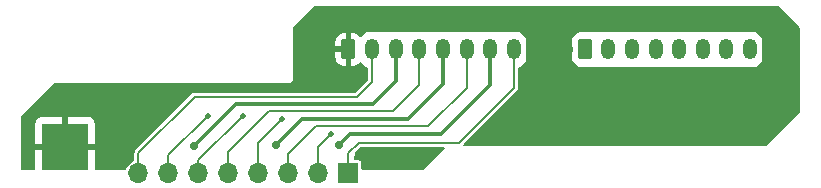
<source format=gtl>
%TF.GenerationSoftware,KiCad,Pcbnew,8.0.1*%
%TF.CreationDate,2024-04-09T17:17:27+02:00*%
%TF.ProjectId,vampire_pcb,76616d70-6972-4655-9f70-63622e6b6963,rev?*%
%TF.SameCoordinates,Original*%
%TF.FileFunction,Copper,L1,Top*%
%TF.FilePolarity,Positive*%
%FSLAX46Y46*%
G04 Gerber Fmt 4.6, Leading zero omitted, Abs format (unit mm)*
G04 Created by KiCad (PCBNEW 8.0.1) date 2024-04-09 17:17:27*
%MOMM*%
%LPD*%
G01*
G04 APERTURE LIST*
G04 Aperture macros list*
%AMRoundRect*
0 Rectangle with rounded corners*
0 $1 Rounding radius*
0 $2 $3 $4 $5 $6 $7 $8 $9 X,Y pos of 4 corners*
0 Add a 4 corners polygon primitive as box body*
4,1,4,$2,$3,$4,$5,$6,$7,$8,$9,$2,$3,0*
0 Add four circle primitives for the rounded corners*
1,1,$1+$1,$2,$3*
1,1,$1+$1,$4,$5*
1,1,$1+$1,$6,$7*
1,1,$1+$1,$8,$9*
0 Add four rect primitives between the rounded corners*
20,1,$1+$1,$2,$3,$4,$5,0*
20,1,$1+$1,$4,$5,$6,$7,0*
20,1,$1+$1,$6,$7,$8,$9,0*
20,1,$1+$1,$8,$9,$2,$3,0*%
G04 Aperture macros list end*
%TA.AperFunction,ComponentPad*%
%ADD10RoundRect,0.250000X-0.350000X-0.625000X0.350000X-0.625000X0.350000X0.625000X-0.350000X0.625000X0*%
%TD*%
%TA.AperFunction,ComponentPad*%
%ADD11O,1.200000X1.750000*%
%TD*%
%TA.AperFunction,ComponentPad*%
%ADD12R,1.700000X1.700000*%
%TD*%
%TA.AperFunction,ComponentPad*%
%ADD13O,1.700000X1.700000*%
%TD*%
%TA.AperFunction,SMDPad,CuDef*%
%ADD14R,4.000000X4.000000*%
%TD*%
%TA.AperFunction,ViaPad*%
%ADD15C,0.500000*%
%TD*%
%TA.AperFunction,ViaPad*%
%ADD16C,0.700000*%
%TD*%
%TA.AperFunction,Conductor*%
%ADD17C,0.200000*%
%TD*%
%TA.AperFunction,Conductor*%
%ADD18C,0.300000*%
%TD*%
G04 APERTURE END LIST*
D10*
%TO.P,J4,1,Pin_1*%
%TO.N,GND*%
X138000000Y-54500000D03*
D11*
%TO.P,J4,2,Pin_2*%
%TO.N,SBL*%
X140000000Y-54500000D03*
%TO.P,J4,3,Pin_3*%
%TO.N,GND*%
X142000000Y-54500000D03*
%TO.P,J4,4,Pin_4*%
%TO.N,SBR*%
X144000000Y-54500000D03*
%TO.P,J4,5,Pin_5*%
%TO.N,GND*%
X146000000Y-54500000D03*
%TO.P,J4,6,Pin_6*%
%TO.N,SL*%
X148000000Y-54500000D03*
%TO.P,J4,7,Pin_7*%
%TO.N,GND*%
X150000000Y-54500000D03*
%TO.P,J4,8,Pin_8*%
%TO.N,SR*%
X152000000Y-54500000D03*
%TD*%
D12*
%TO.P,J1,1,Pin_1*%
%TO.N,FR*%
X118000000Y-65000000D03*
D13*
%TO.P,J1,2,Pin_2*%
%TO.N,SR*%
X115460000Y-65000000D03*
%TO.P,J1,3,Pin_3*%
%TO.N,CEN*%
X112920000Y-65000000D03*
%TO.P,J1,4,Pin_4*%
%TO.N,SL*%
X110380000Y-65000000D03*
%TO.P,J1,5,Pin_5*%
%TO.N,FL*%
X107840000Y-65000000D03*
%TO.P,J1,6,Pin_6*%
%TO.N,SBR*%
X105300000Y-65000000D03*
%TO.P,J1,7,Pin_7*%
%TO.N,SBL*%
X102760000Y-65000000D03*
%TO.P,J1,8,Pin_8*%
%TO.N,12V*%
X100220000Y-65000000D03*
%TD*%
D10*
%TO.P,J3,1,Pin_1*%
%TO.N,GND*%
X118000000Y-54500000D03*
D11*
%TO.P,J3,2,Pin_2*%
%TO.N,12V*%
X120000000Y-54500000D03*
%TO.P,J3,3,Pin_3*%
%TO.N,GND*%
X122000000Y-54500000D03*
%TO.P,J3,4,Pin_4*%
%TO.N,FL*%
X124000000Y-54500000D03*
%TO.P,J3,5,Pin_5*%
%TO.N,GND*%
X126000000Y-54500000D03*
%TO.P,J3,6,Pin_6*%
%TO.N,CEN*%
X128000000Y-54500000D03*
%TO.P,J3,7,Pin_7*%
%TO.N,GND*%
X130000000Y-54500000D03*
%TO.P,J3,8,Pin_8*%
%TO.N,FR*%
X132000000Y-54500000D03*
%TD*%
D14*
%TO.P,J2,1,Pin_1*%
%TO.N,GND*%
X94000000Y-62750000D03*
%TD*%
D15*
%TO.N,SBL*%
X106100000Y-60100000D03*
%TO.N,SR*%
X116500000Y-61700000D03*
%TO.N,SBR*%
X109100000Y-60100000D03*
%TO.N,SL*%
X112400000Y-60400000D03*
D16*
%TO.N,GND*%
X117200000Y-62600000D03*
X104900000Y-62700000D03*
X111900000Y-62600000D03*
X94250000Y-59500000D03*
X97250000Y-59500000D03*
X97250000Y-62750000D03*
X95750000Y-59500000D03*
X97250000Y-61000000D03*
%TD*%
D17*
%TO.N,SBL*%
X106100000Y-60100000D02*
X102760000Y-63440000D01*
X102760000Y-63440000D02*
X102760000Y-64400000D01*
%TO.N,SR*%
X116500000Y-61700000D02*
X115460000Y-62740000D01*
X115460000Y-62740000D02*
X115460000Y-64400000D01*
%TO.N,SBR*%
X109069239Y-60100000D02*
X105300000Y-63869239D01*
X107630761Y-61569239D02*
X109100000Y-60100000D01*
X105300000Y-63869239D02*
X105300000Y-64400000D01*
X109100000Y-60100000D02*
X109069239Y-60100000D01*
X107600000Y-61569239D02*
X107630761Y-61569239D01*
%TO.N,CEN*%
X112920000Y-63330000D02*
X112920000Y-64400000D01*
X128000000Y-54500000D02*
X128000000Y-57750000D01*
X115250000Y-61000000D02*
X112920000Y-63330000D01*
X128000000Y-57750000D02*
X124750000Y-61000000D01*
X124750000Y-61000000D02*
X115250000Y-61000000D01*
%TO.N,SL*%
X112400000Y-60400000D02*
X110380000Y-62420000D01*
X110380000Y-62420000D02*
X110380000Y-64400000D01*
%TO.N,FR*%
X132000000Y-54500000D02*
X132000000Y-57750000D01*
X132000000Y-57750000D02*
X127350000Y-62400000D01*
X118850000Y-62400000D02*
X118000000Y-63250000D01*
X127350000Y-62400000D02*
X118850000Y-62400000D01*
X118000000Y-63250000D02*
X118000000Y-64400000D01*
%TO.N,FL*%
X124000000Y-54500000D02*
X124000000Y-57500000D01*
X121750000Y-59750000D02*
X111250000Y-59750000D01*
X107840000Y-63160000D02*
X107840000Y-64400000D01*
X111250000Y-59750000D02*
X107840000Y-63160000D01*
X124000000Y-57500000D02*
X121750000Y-59750000D01*
%TO.N,12V*%
X105000000Y-58500000D02*
X100220000Y-63280000D01*
X120000000Y-57250000D02*
X118750000Y-58500000D01*
X100220000Y-63280000D02*
X100220000Y-64400000D01*
X120000000Y-54500000D02*
X120000000Y-57250000D01*
X118750000Y-58500000D02*
X105000000Y-58500000D01*
D18*
%TO.N,GND*%
X120100000Y-59100000D02*
X108500000Y-59100000D01*
X117200000Y-62600000D02*
X118100000Y-61700000D01*
X122000000Y-57200000D02*
X120100000Y-59100000D01*
X118100000Y-61700000D02*
X125800000Y-61700000D01*
X108500000Y-59100000D02*
X104900000Y-62700000D01*
X123000000Y-60400000D02*
X126000000Y-57400000D01*
X114100000Y-60400000D02*
X123000000Y-60400000D01*
X125800000Y-61700000D02*
X130000000Y-57500000D01*
X126000000Y-57400000D02*
X126000000Y-54500000D01*
X130000000Y-57500000D02*
X130000000Y-54500000D01*
X111900000Y-62600000D02*
X114100000Y-60400000D01*
X122000000Y-54500000D02*
X122000000Y-57200000D01*
%TD*%
%TA.AperFunction,Conductor*%
%TO.N,GND*%
G36*
X154391206Y-50820185D02*
G01*
X154411848Y-50836819D01*
X156163181Y-52588152D01*
X156196666Y-52649475D01*
X156199500Y-52675833D01*
X156199500Y-59824167D01*
X156179815Y-59891206D01*
X156163181Y-59911848D01*
X153411848Y-62663181D01*
X153350525Y-62696666D01*
X153324167Y-62699500D01*
X127845544Y-62699500D01*
X127778505Y-62679815D01*
X127732750Y-62627011D01*
X127722806Y-62557853D01*
X127751831Y-62494297D01*
X127757863Y-62487819D01*
X129995682Y-60250000D01*
X132280470Y-57965212D01*
X132326614Y-57885288D01*
X132335935Y-57850500D01*
X132350500Y-57796144D01*
X132350500Y-56124000D01*
X132370185Y-56056961D01*
X132422989Y-56011206D01*
X132474500Y-56000000D01*
X132500000Y-56000000D01*
X133000000Y-55500000D01*
X133000000Y-54250000D01*
X136900000Y-54250000D01*
X136909976Y-54259976D01*
X136943039Y-54269685D01*
X136988794Y-54322489D01*
X137000000Y-54374000D01*
X137000000Y-54626000D01*
X136980315Y-54693039D01*
X136927511Y-54738794D01*
X136906673Y-54743327D01*
X136900001Y-54750000D01*
X136900001Y-55174986D01*
X136910494Y-55277697D01*
X136965641Y-55444119D01*
X136965646Y-55444128D01*
X136994562Y-55491010D01*
X137001440Y-55504460D01*
X137007887Y-55512613D01*
X137057682Y-55593343D01*
X137181654Y-55717315D01*
X137262384Y-55767110D01*
X137284968Y-55784968D01*
X137500000Y-56000000D01*
X152500000Y-56000000D01*
X153000000Y-55500000D01*
X153000000Y-53500000D01*
X152500000Y-53000000D01*
X137500000Y-53000000D01*
X137392484Y-53107516D01*
X137284967Y-53215032D01*
X137262384Y-53232888D01*
X137181656Y-53282682D01*
X137057682Y-53406656D01*
X137007830Y-53487479D01*
X137001353Y-53495684D01*
X136994536Y-53509033D01*
X136965642Y-53555878D01*
X136910494Y-53722302D01*
X136910493Y-53722309D01*
X136900000Y-53825013D01*
X136900000Y-54250000D01*
X133000000Y-54250000D01*
X133000000Y-53500000D01*
X132500000Y-53000000D01*
X119500000Y-53000000D01*
X119499999Y-53000000D01*
X119105511Y-53394488D01*
X119044188Y-53427973D01*
X118974496Y-53422989D01*
X118930149Y-53394488D01*
X118818345Y-53282684D01*
X118669124Y-53190643D01*
X118669119Y-53190641D01*
X118502697Y-53135494D01*
X118502690Y-53135493D01*
X118399986Y-53125000D01*
X118250000Y-53125000D01*
X118250000Y-54219670D01*
X118230255Y-54199925D01*
X118144745Y-54150556D01*
X118049370Y-54125000D01*
X117950630Y-54125000D01*
X117855255Y-54150556D01*
X117769745Y-54199925D01*
X117750000Y-54219670D01*
X117750000Y-53125000D01*
X117600027Y-53125000D01*
X117600012Y-53125001D01*
X117497302Y-53135494D01*
X117330880Y-53190641D01*
X117330875Y-53190643D01*
X117181654Y-53282684D01*
X117057684Y-53406654D01*
X116965643Y-53555875D01*
X116965641Y-53555880D01*
X116910494Y-53722302D01*
X116910493Y-53722309D01*
X116900000Y-53825013D01*
X116900000Y-54250000D01*
X117719670Y-54250000D01*
X117699925Y-54269745D01*
X117650556Y-54355255D01*
X117625000Y-54450630D01*
X117625000Y-54549370D01*
X117650556Y-54644745D01*
X117699925Y-54730255D01*
X117719670Y-54750000D01*
X116900001Y-54750000D01*
X116900001Y-55174986D01*
X116910494Y-55277697D01*
X116965641Y-55444119D01*
X116965643Y-55444124D01*
X117057684Y-55593345D01*
X117181654Y-55717315D01*
X117330875Y-55809356D01*
X117330880Y-55809358D01*
X117497302Y-55864505D01*
X117497309Y-55864506D01*
X117600019Y-55874999D01*
X117749999Y-55874999D01*
X117750000Y-55874998D01*
X117750000Y-54780330D01*
X117769745Y-54800075D01*
X117855255Y-54849444D01*
X117950630Y-54875000D01*
X118049370Y-54875000D01*
X118144745Y-54849444D01*
X118230255Y-54800075D01*
X118250000Y-54780330D01*
X118250000Y-55874999D01*
X118399972Y-55874999D01*
X118399986Y-55874998D01*
X118502697Y-55864505D01*
X118669119Y-55809358D01*
X118669124Y-55809356D01*
X118818342Y-55717317D01*
X118930148Y-55605511D01*
X118991471Y-55572026D01*
X119061163Y-55577010D01*
X119105511Y-55605511D01*
X119500000Y-56000000D01*
X119525500Y-56000000D01*
X119592539Y-56019685D01*
X119638294Y-56072489D01*
X119649500Y-56124000D01*
X119649500Y-57053456D01*
X119629815Y-57120495D01*
X119613181Y-57141137D01*
X118641137Y-58113181D01*
X118579814Y-58146666D01*
X118553456Y-58149500D01*
X104953856Y-58149500D01*
X104864712Y-58173386D01*
X104864709Y-58173387D01*
X104784791Y-58219527D01*
X104784786Y-58219531D01*
X99939531Y-63064786D01*
X99939527Y-63064791D01*
X99893387Y-63144709D01*
X99893386Y-63144712D01*
X99869500Y-63233856D01*
X99869500Y-63870645D01*
X99849815Y-63937684D01*
X99797011Y-63983439D01*
X99790294Y-63986271D01*
X99727374Y-64010646D01*
X99727359Y-64010653D01*
X99553960Y-64118017D01*
X99553958Y-64118019D01*
X99403237Y-64255418D01*
X99280327Y-64418178D01*
X99189422Y-64600739D01*
X99189419Y-64600747D01*
X99189418Y-64600750D01*
X99186945Y-64609438D01*
X99149666Y-64668529D01*
X99086356Y-64698086D01*
X99067681Y-64699500D01*
X96624000Y-64699500D01*
X96556961Y-64679815D01*
X96511206Y-64627011D01*
X96500000Y-64575500D01*
X96500000Y-63000000D01*
X91500000Y-63000000D01*
X91500000Y-64575500D01*
X91480315Y-64642539D01*
X91427511Y-64688294D01*
X91376000Y-64699500D01*
X90424500Y-64699500D01*
X90357461Y-64679815D01*
X90311706Y-64627011D01*
X90300500Y-64575500D01*
X90300500Y-62500000D01*
X91500000Y-62500000D01*
X93750000Y-62500000D01*
X93750000Y-60250000D01*
X94250000Y-60250000D01*
X94250000Y-62500000D01*
X96500000Y-62500000D01*
X96500000Y-60702172D01*
X96499999Y-60702155D01*
X96493598Y-60642627D01*
X96493596Y-60642620D01*
X96443354Y-60507913D01*
X96443350Y-60507906D01*
X96357190Y-60392812D01*
X96357187Y-60392809D01*
X96242093Y-60306649D01*
X96242086Y-60306645D01*
X96107379Y-60256403D01*
X96107372Y-60256401D01*
X96047844Y-60250000D01*
X94250000Y-60250000D01*
X93750000Y-60250000D01*
X91952155Y-60250000D01*
X91892627Y-60256401D01*
X91892620Y-60256403D01*
X91757913Y-60306645D01*
X91757906Y-60306649D01*
X91642812Y-60392809D01*
X91642809Y-60392812D01*
X91556649Y-60507906D01*
X91556645Y-60507913D01*
X91506403Y-60642620D01*
X91506401Y-60642627D01*
X91500000Y-60702155D01*
X91500000Y-62500000D01*
X90300500Y-62500000D01*
X90300500Y-60175833D01*
X90320185Y-60108794D01*
X90336819Y-60088152D01*
X93088152Y-57336819D01*
X93149475Y-57303334D01*
X93175833Y-57300500D01*
X113039560Y-57300500D01*
X113039562Y-57300500D01*
X113115989Y-57280021D01*
X113184511Y-57240460D01*
X113240460Y-57184511D01*
X113280021Y-57115989D01*
X113300500Y-57039562D01*
X113300500Y-52675833D01*
X113320185Y-52608794D01*
X113336819Y-52588152D01*
X115088152Y-50836819D01*
X115149475Y-50803334D01*
X115175833Y-50800500D01*
X154324167Y-50800500D01*
X154391206Y-50820185D01*
G37*
%TD.AperFunction*%
%TD*%
%TA.AperFunction,NonConductor*%
G36*
X126092206Y-62770185D02*
G01*
X126137961Y-62822989D01*
X126147905Y-62892147D01*
X126118880Y-62955703D01*
X126112848Y-62962181D01*
X124411848Y-64663181D01*
X124350525Y-64696666D01*
X124324167Y-64699500D01*
X119224500Y-64699500D01*
X119157461Y-64679815D01*
X119111706Y-64627011D01*
X119100500Y-64575500D01*
X119100500Y-64125323D01*
X119100499Y-64125321D01*
X119085967Y-64052264D01*
X119085966Y-64052260D01*
X119030601Y-63969399D01*
X118947740Y-63914034D01*
X118947739Y-63914033D01*
X118947735Y-63914032D01*
X118874677Y-63899500D01*
X118874674Y-63899500D01*
X118555084Y-63899500D01*
X118488045Y-63879815D01*
X118442290Y-63827011D01*
X118432346Y-63757853D01*
X118437906Y-63734939D01*
X118588288Y-63300500D01*
X118654721Y-63108581D01*
X118684213Y-63061467D01*
X118958864Y-62786816D01*
X119020186Y-62753334D01*
X119046544Y-62750500D01*
X126025167Y-62750500D01*
X126092206Y-62770185D01*
G37*
%TD.AperFunction*%
M02*

</source>
